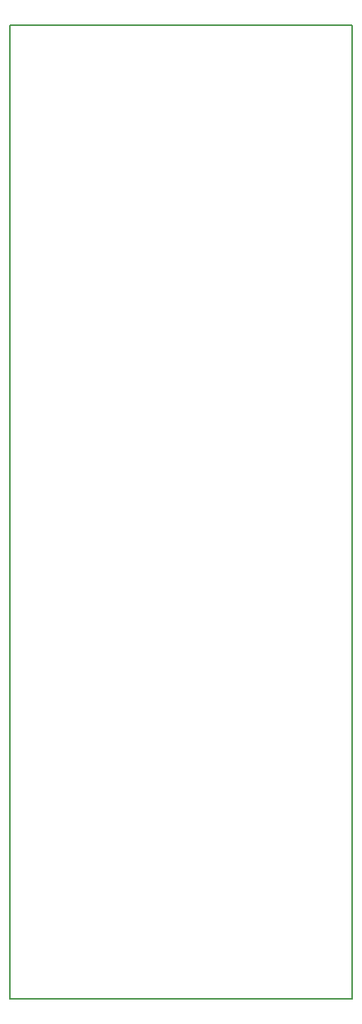
<source format=gbr>
G04 #@! TF.GenerationSoftware,KiCad,Pcbnew,(5.0.1-3-g963ef8bb5)*
G04 #@! TF.CreationDate,2019-10-31T13:33:25-05:00*
G04 #@! TF.ProjectId,ec_trim_12hp_module,65635F7472696D5F313268705F6D6F64,rev?*
G04 #@! TF.SameCoordinates,Original*
G04 #@! TF.FileFunction,Profile,NP*
%FSLAX46Y46*%
G04 Gerber Fmt 4.6, Leading zero omitted, Abs format (unit mm)*
G04 Created by KiCad (PCBNEW (5.0.1-3-g963ef8bb5)) date Thursday, October 31, 2019 at 01:33:25 PM*
%MOMM*%
%LPD*%
G01*
G04 APERTURE LIST*
%ADD10C,0.200000*%
G04 APERTURE END LIST*
D10*
X76073000Y-147193000D02*
X76073000Y-39116000D01*
X114246000Y-147193000D02*
X76073000Y-147193000D01*
X114246000Y-39116000D02*
X114246000Y-147193000D01*
X76073000Y-39116000D02*
X114246000Y-39116000D01*
M02*

</source>
